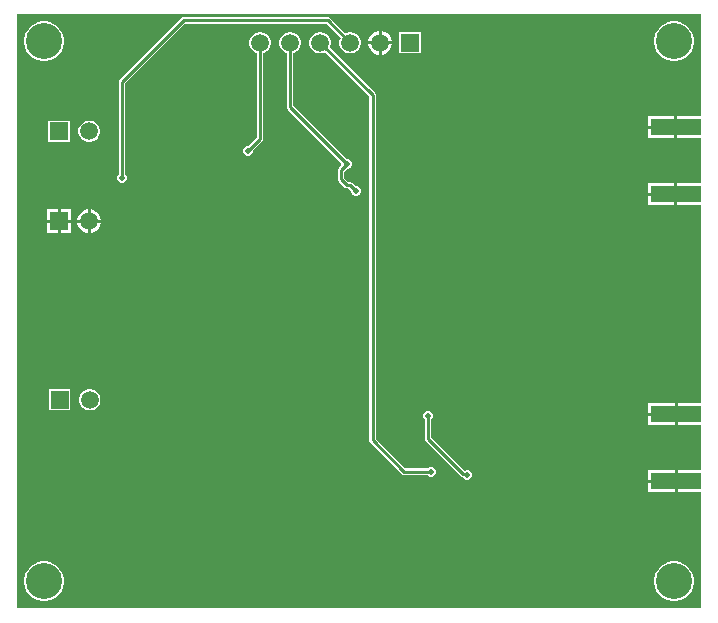
<source format=gbr>
%TF.GenerationSoftware,Altium Limited,Altium Designer,22.6.1 (34)*%
G04 Layer_Physical_Order=2*
G04 Layer_Color=16711680*
%FSLAX26Y26*%
%MOIN*%
%TF.SameCoordinates,2B337168-DF0E-4336-AB3C-9C7F5D13073F*%
%TF.FilePolarity,Positive*%
%TF.FileFunction,Copper,L2,Bot,Signal*%
%TF.Part,Single*%
G01*
G75*
%TA.AperFunction,ConnectorPad*%
%ADD19R,0.165354X0.053150*%
%TA.AperFunction,Conductor*%
%ADD33C,0.010000*%
%TA.AperFunction,ComponentPad*%
%ADD36R,0.059055X0.059055*%
%ADD37C,0.059055*%
%TA.AperFunction,WasherPad*%
%ADD38C,0.120000*%
%TA.AperFunction,ViaPad*%
%ADD39C,0.020000*%
G36*
X3289805Y2449016D02*
X3210000D01*
Y2412441D01*
Y2375866D01*
X3289805D01*
Y2226575D01*
X3210000D01*
Y2190000D01*
Y2153425D01*
X3289805D01*
Y1492795D01*
X3212126D01*
Y1456220D01*
Y1419646D01*
X3289805D01*
Y1270354D01*
X3212126D01*
Y1233780D01*
Y1197205D01*
X3289805D01*
Y810195D01*
X1010195D01*
Y2789805D01*
X3289805D01*
Y2449016D01*
D02*
G37*
%LPC*%
G36*
X2045000Y2781216D02*
X2044999Y2781215D01*
X1565001D01*
X1565000Y2781216D01*
X1560708Y2780362D01*
X1557069Y2777931D01*
X1557069Y2777930D01*
X1352069Y2572931D01*
X1349638Y2569292D01*
X1348784Y2565000D01*
X1348784Y2564999D01*
Y2256412D01*
X1346436Y2254063D01*
X1344000Y2248183D01*
Y2241817D01*
X1346436Y2235937D01*
X1350937Y2231436D01*
X1356817Y2229000D01*
X1363183D01*
X1369063Y2231436D01*
X1373564Y2235937D01*
X1376000Y2241817D01*
Y2248183D01*
X1373564Y2254063D01*
X1371216Y2256412D01*
Y2560354D01*
X1569646Y2758785D01*
X2040354D01*
X2088186Y2710952D01*
X2086894Y2708713D01*
X2084472Y2699677D01*
Y2690323D01*
X2086894Y2681287D01*
X2091571Y2673186D01*
X2098186Y2666571D01*
X2106287Y2661894D01*
X2115323Y2659472D01*
X2124677D01*
X2133713Y2661894D01*
X2141814Y2666571D01*
X2148429Y2673186D01*
X2153106Y2681287D01*
X2155528Y2690323D01*
Y2699677D01*
X2153106Y2708713D01*
X2148429Y2716814D01*
X2141814Y2723429D01*
X2133713Y2728106D01*
X2124677Y2730528D01*
X2115323D01*
X2106287Y2728106D01*
X2104048Y2726814D01*
X2052931Y2777931D01*
X2049292Y2780362D01*
X2045000Y2781216D01*
D02*
G37*
G36*
X2225204Y2734528D02*
X2225000D01*
Y2700000D01*
X2259528D01*
Y2700204D01*
X2256834Y2710257D01*
X2251630Y2719271D01*
X2244271Y2726630D01*
X2235257Y2731834D01*
X2225204Y2734528D01*
D02*
G37*
G36*
X2215000D02*
X2214796D01*
X2204743Y2731834D01*
X2195729Y2726630D01*
X2188370Y2719271D01*
X2183166Y2710257D01*
X2180472Y2700204D01*
Y2700000D01*
X2215000D01*
Y2734528D01*
D02*
G37*
G36*
X2355528Y2730528D02*
X2284472D01*
Y2659472D01*
X2355528D01*
Y2730528D01*
D02*
G37*
G36*
X2259528Y2690000D02*
X2225000D01*
Y2655472D01*
X2225204D01*
X2235257Y2658166D01*
X2244271Y2663370D01*
X2251630Y2670729D01*
X2256834Y2679743D01*
X2259528Y2689796D01*
Y2690000D01*
D02*
G37*
G36*
X2215000D02*
X2180472D01*
Y2689796D01*
X2183166Y2679743D01*
X2188370Y2670729D01*
X2195729Y2663370D01*
X2204743Y2658166D01*
X2214796Y2655472D01*
X2215000D01*
Y2690000D01*
D02*
G37*
G36*
X3206500Y2766000D02*
X3193500D01*
X3180749Y2763464D01*
X3168737Y2758488D01*
X3157927Y2751265D01*
X3148735Y2742073D01*
X3141512Y2731263D01*
X3136536Y2719251D01*
X3134000Y2706500D01*
Y2693500D01*
X3136536Y2680749D01*
X3141512Y2668737D01*
X3148735Y2657927D01*
X3157927Y2648735D01*
X3168737Y2641512D01*
X3180749Y2636536D01*
X3193500Y2634000D01*
X3206500D01*
X3219251Y2636536D01*
X3231263Y2641512D01*
X3242073Y2648735D01*
X3251265Y2657927D01*
X3258488Y2668737D01*
X3263464Y2680749D01*
X3266000Y2693500D01*
Y2706500D01*
X3263464Y2719251D01*
X3258488Y2731263D01*
X3251265Y2742073D01*
X3242073Y2751265D01*
X3231263Y2758488D01*
X3219251Y2763464D01*
X3206500Y2766000D01*
D02*
G37*
G36*
X1106500D02*
X1093500D01*
X1080748Y2763464D01*
X1068737Y2758488D01*
X1057928Y2751265D01*
X1048735Y2742073D01*
X1041512Y2731263D01*
X1036536Y2719251D01*
X1034000Y2706500D01*
Y2693500D01*
X1036536Y2680749D01*
X1041512Y2668737D01*
X1048735Y2657927D01*
X1057928Y2648735D01*
X1068737Y2641512D01*
X1080748Y2636536D01*
X1093500Y2634000D01*
X1106500D01*
X1119252Y2636536D01*
X1131263Y2641512D01*
X1142072Y2648735D01*
X1151265Y2657927D01*
X1158488Y2668737D01*
X1163464Y2680749D01*
X1166000Y2693500D01*
Y2706500D01*
X1163464Y2719251D01*
X1158488Y2731263D01*
X1151265Y2742073D01*
X1142072Y2751265D01*
X1131263Y2758488D01*
X1119252Y2763464D01*
X1106500Y2766000D01*
D02*
G37*
G36*
X3200000Y2449016D02*
X3112323D01*
Y2417441D01*
X3200000D01*
Y2449016D01*
D02*
G37*
G36*
Y2407441D02*
X3112323D01*
Y2375866D01*
X3200000D01*
Y2407441D01*
D02*
G37*
G36*
X1254677Y2435528D02*
X1245323D01*
X1236287Y2433106D01*
X1228186Y2428429D01*
X1221571Y2421814D01*
X1216894Y2413713D01*
X1214473Y2404677D01*
Y2395323D01*
X1216894Y2386287D01*
X1221571Y2378186D01*
X1228186Y2371571D01*
X1236287Y2366894D01*
X1245323Y2364472D01*
X1254677D01*
X1263713Y2366894D01*
X1271814Y2371571D01*
X1278429Y2378186D01*
X1283106Y2386287D01*
X1285527Y2395323D01*
Y2404677D01*
X1283106Y2413713D01*
X1278429Y2421814D01*
X1271814Y2428429D01*
X1263713Y2433106D01*
X1254677Y2435528D01*
D02*
G37*
G36*
X1185527D02*
X1114473D01*
Y2364472D01*
X1185527D01*
Y2435528D01*
D02*
G37*
G36*
X1824677Y2730528D02*
X1815323D01*
X1806287Y2728106D01*
X1798186Y2723429D01*
X1791571Y2716814D01*
X1786894Y2708713D01*
X1784473Y2699677D01*
Y2690323D01*
X1786894Y2681287D01*
X1791571Y2673186D01*
X1798186Y2666571D01*
X1806287Y2661894D01*
X1808784Y2661224D01*
Y2379646D01*
X1780139Y2351000D01*
X1776817D01*
X1770937Y2348564D01*
X1766436Y2344063D01*
X1764000Y2338183D01*
Y2331817D01*
X1766436Y2325937D01*
X1770937Y2321436D01*
X1776817Y2319000D01*
X1783183D01*
X1789063Y2321436D01*
X1793564Y2325937D01*
X1796000Y2331817D01*
Y2335139D01*
X1827930Y2367069D01*
X1827931Y2367069D01*
X1830362Y2370708D01*
X1831216Y2375000D01*
Y2661224D01*
X1833713Y2661894D01*
X1841814Y2666571D01*
X1848429Y2673186D01*
X1853106Y2681287D01*
X1855527Y2690323D01*
Y2699677D01*
X1853106Y2708713D01*
X1848429Y2716814D01*
X1841814Y2723429D01*
X1833713Y2728106D01*
X1824677Y2730528D01*
D02*
G37*
G36*
X3200000Y2226575D02*
X3112323D01*
Y2195000D01*
X3200000D01*
Y2226575D01*
D02*
G37*
G36*
X1924677Y2730528D02*
X1915323D01*
X1906287Y2728106D01*
X1898186Y2723429D01*
X1891571Y2716814D01*
X1886894Y2708713D01*
X1884473Y2699677D01*
Y2690323D01*
X1886894Y2681287D01*
X1891571Y2673186D01*
X1898186Y2666571D01*
X1906287Y2661894D01*
X1908784Y2661224D01*
Y2480001D01*
X1908784Y2480000D01*
X1909638Y2475708D01*
X1912069Y2472069D01*
X2090661Y2293478D01*
Y2286522D01*
X2082069Y2277931D01*
X2079638Y2274292D01*
X2078784Y2270000D01*
X2078785Y2269999D01*
Y2240001D01*
X2078784Y2240000D01*
X2079638Y2235708D01*
X2082069Y2232069D01*
X2101113Y2213026D01*
X2104751Y2210595D01*
X2109043Y2209741D01*
X2109044Y2209741D01*
X2114398D01*
X2124000Y2200139D01*
Y2196817D01*
X2126436Y2190937D01*
X2130937Y2186436D01*
X2136817Y2184000D01*
X2143183D01*
X2149063Y2186436D01*
X2153564Y2190937D01*
X2156000Y2196817D01*
Y2203183D01*
X2153564Y2209063D01*
X2149063Y2213564D01*
X2143183Y2216000D01*
X2139861D01*
X2126974Y2228887D01*
X2123335Y2231318D01*
X2119043Y2232172D01*
X2119043Y2232172D01*
X2113689D01*
X2101215Y2244646D01*
Y2265354D01*
X2109861Y2274000D01*
X2113183D01*
X2119063Y2276436D01*
X2123564Y2280937D01*
X2126000Y2286817D01*
Y2293183D01*
X2123564Y2299063D01*
X2119063Y2303564D01*
X2113183Y2306000D01*
X2109861D01*
X1931216Y2484646D01*
Y2661224D01*
X1933713Y2661894D01*
X1941814Y2666571D01*
X1948429Y2673186D01*
X1953106Y2681287D01*
X1955527Y2690323D01*
Y2699677D01*
X1953106Y2708713D01*
X1948429Y2716814D01*
X1941814Y2723429D01*
X1933713Y2728106D01*
X1924677Y2730528D01*
D02*
G37*
G36*
X3200000Y2185000D02*
X3112323D01*
Y2153425D01*
X3200000D01*
Y2185000D01*
D02*
G37*
G36*
X1255204Y2139528D02*
X1255000D01*
Y2105000D01*
X1289527D01*
Y2105204D01*
X1286834Y2115257D01*
X1281630Y2124271D01*
X1274271Y2131630D01*
X1265257Y2136834D01*
X1255204Y2139528D01*
D02*
G37*
G36*
X1245000D02*
X1244796D01*
X1234743Y2136834D01*
X1225729Y2131630D01*
X1218370Y2124271D01*
X1213166Y2115257D01*
X1210473Y2105204D01*
Y2105000D01*
X1245000D01*
Y2139528D01*
D02*
G37*
G36*
X1189527D02*
X1155000D01*
Y2105000D01*
X1189527D01*
Y2139528D01*
D02*
G37*
G36*
X1145000D02*
X1110473D01*
Y2105000D01*
X1145000D01*
Y2139528D01*
D02*
G37*
G36*
X1289527Y2095000D02*
X1255000D01*
Y2060472D01*
X1255204D01*
X1265257Y2063166D01*
X1274271Y2068370D01*
X1281630Y2075729D01*
X1286834Y2084743D01*
X1289527Y2094796D01*
Y2095000D01*
D02*
G37*
G36*
X1245000D02*
X1210473D01*
Y2094796D01*
X1213166Y2084743D01*
X1218370Y2075729D01*
X1225729Y2068370D01*
X1234743Y2063166D01*
X1244796Y2060472D01*
X1245000D01*
Y2095000D01*
D02*
G37*
G36*
X1189527D02*
X1155000D01*
Y2060472D01*
X1189527D01*
Y2095000D01*
D02*
G37*
G36*
X1145000D02*
X1110473D01*
Y2060472D01*
X1145000D01*
Y2095000D01*
D02*
G37*
G36*
X1257128Y1540527D02*
X1247773D01*
X1238737Y1538106D01*
X1230636Y1533429D01*
X1224021Y1526814D01*
X1219344Y1518713D01*
X1216923Y1509677D01*
Y1500323D01*
X1219344Y1491287D01*
X1224021Y1483186D01*
X1230636Y1476571D01*
X1238737Y1471894D01*
X1247773Y1469473D01*
X1257128D01*
X1266163Y1471894D01*
X1274265Y1476571D01*
X1280879Y1483186D01*
X1285557Y1491287D01*
X1287978Y1500323D01*
Y1509677D01*
X1285557Y1518713D01*
X1280879Y1526814D01*
X1274265Y1533429D01*
X1266163Y1538106D01*
X1257128Y1540527D01*
D02*
G37*
G36*
X1187978D02*
X1116923D01*
Y1469473D01*
X1187978D01*
Y1540527D01*
D02*
G37*
G36*
X3202126Y1492795D02*
X3114449D01*
Y1461220D01*
X3202126D01*
Y1492795D01*
D02*
G37*
G36*
Y1451220D02*
X3114449D01*
Y1419646D01*
X3202126D01*
Y1451220D01*
D02*
G37*
G36*
X2024677Y2730528D02*
X2015323D01*
X2006287Y2728106D01*
X1998186Y2723429D01*
X1991571Y2716814D01*
X1986894Y2708713D01*
X1984473Y2699677D01*
Y2690323D01*
X1986894Y2681287D01*
X1991571Y2673186D01*
X1998186Y2666571D01*
X2006287Y2661894D01*
X2015323Y2659472D01*
X2024677D01*
X2033713Y2661894D01*
X2035952Y2663186D01*
X2183785Y2515354D01*
X2183784Y1370000D01*
X2183784Y1370000D01*
X2184638Y1365708D01*
X2187069Y1362069D01*
X2292069Y1257070D01*
X2292069Y1257069D01*
X2295708Y1254638D01*
X2300000Y1253784D01*
X2300000Y1253784D01*
X2378588D01*
X2380937Y1251436D01*
X2386817Y1249000D01*
X2393183D01*
X2399063Y1251436D01*
X2403564Y1255937D01*
X2406000Y1261817D01*
Y1268183D01*
X2403564Y1274063D01*
X2399063Y1278564D01*
X2393183Y1281000D01*
X2386817D01*
X2380937Y1278564D01*
X2378588Y1276216D01*
X2304645D01*
X2206215Y1374646D01*
X2206215Y2519999D01*
X2206216Y2520000D01*
X2205362Y2524292D01*
X2202931Y2527931D01*
X2202930Y2527931D01*
X2051814Y2679048D01*
X2053106Y2681287D01*
X2055528Y2690323D01*
Y2699677D01*
X2053106Y2708713D01*
X2048429Y2716814D01*
X2041814Y2723429D01*
X2033713Y2728106D01*
X2024677Y2730528D01*
D02*
G37*
G36*
X2383064Y1467653D02*
X2376699D01*
X2370819Y1465218D01*
X2366318Y1460717D01*
X2363882Y1454836D01*
Y1448471D01*
X2366318Y1442590D01*
X2368666Y1440242D01*
Y1375119D01*
X2368666Y1375118D01*
X2369520Y1370826D01*
X2371951Y1367188D01*
X2490156Y1248983D01*
X2490156Y1248983D01*
X2493795Y1246552D01*
X2496395Y1246034D01*
X2496436Y1245937D01*
X2500937Y1241436D01*
X2506817Y1239000D01*
X2513183D01*
X2519063Y1241436D01*
X2523564Y1245937D01*
X2526000Y1251817D01*
Y1258183D01*
X2523564Y1264063D01*
X2519063Y1268564D01*
X2513183Y1271000D01*
X2506817D01*
X2501898Y1268963D01*
X2391097Y1379764D01*
Y1440242D01*
X2393446Y1442590D01*
X2395882Y1448471D01*
Y1454836D01*
X2393446Y1460717D01*
X2388945Y1465218D01*
X2383064Y1467653D01*
D02*
G37*
G36*
X3202126Y1270354D02*
X3114449D01*
Y1238780D01*
X3202126D01*
Y1270354D01*
D02*
G37*
G36*
Y1228780D02*
X3114449D01*
Y1197205D01*
X3202126D01*
Y1228780D01*
D02*
G37*
G36*
X3206500Y966000D02*
X3193500D01*
X3180749Y963464D01*
X3168737Y958488D01*
X3157927Y951265D01*
X3148735Y942072D01*
X3141512Y931263D01*
X3136536Y919251D01*
X3134000Y906500D01*
Y893500D01*
X3136536Y880749D01*
X3141512Y868737D01*
X3148735Y857928D01*
X3157927Y848735D01*
X3168737Y841512D01*
X3180749Y836536D01*
X3193500Y834000D01*
X3206500D01*
X3219251Y836536D01*
X3231263Y841512D01*
X3242073Y848735D01*
X3251265Y857928D01*
X3258488Y868737D01*
X3263464Y880749D01*
X3266000Y893500D01*
Y906500D01*
X3263464Y919251D01*
X3258488Y931263D01*
X3251265Y942072D01*
X3242073Y951265D01*
X3231263Y958488D01*
X3219251Y963464D01*
X3206500Y966000D01*
D02*
G37*
G36*
X1106500D02*
X1093500D01*
X1080748Y963464D01*
X1068737Y958488D01*
X1057928Y951265D01*
X1048735Y942072D01*
X1041512Y931263D01*
X1036536Y919251D01*
X1034000Y906500D01*
Y893500D01*
X1036536Y880749D01*
X1041512Y868737D01*
X1048735Y857928D01*
X1057928Y848735D01*
X1068737Y841512D01*
X1080748Y836536D01*
X1093500Y834000D01*
X1106500D01*
X1119252Y836536D01*
X1131263Y841512D01*
X1142072Y848735D01*
X1151265Y857928D01*
X1158488Y868737D01*
X1163464Y880749D01*
X1166000Y893500D01*
Y906500D01*
X1163464Y919251D01*
X1158488Y931263D01*
X1151265Y942072D01*
X1142072Y951265D01*
X1131263Y958488D01*
X1119252Y963464D01*
X1106500Y966000D01*
D02*
G37*
%LPD*%
D19*
X3207126Y1233780D02*
D03*
Y1456220D02*
D03*
X3205000Y2190000D02*
D03*
Y2412441D02*
D03*
D33*
X2300000Y1265000D02*
X2390000D01*
X2195000Y1370000D02*
X2300000Y1265000D01*
X2379882Y1375118D02*
Y1451653D01*
Y1375118D02*
X2498087Y1256913D01*
X2508087D01*
X2510000Y1255000D01*
X2195000Y1370000D02*
X2195000Y2520000D01*
X1780000Y2335000D02*
X1820000Y2375000D01*
Y2695000D01*
X2020000D02*
X2195000Y2520000D01*
X1920000Y2480000D02*
X2110000Y2290000D01*
X1920000Y2480000D02*
Y2695000D01*
X2090000Y2240000D02*
Y2270000D01*
X2119043Y2220957D02*
X2140000Y2200000D01*
X2090000Y2270000D02*
X2110000Y2290000D01*
X2109043Y2220957D02*
X2119043D01*
X2090000Y2240000D02*
X2109043Y2220957D01*
X2045000Y2770000D02*
X2120000Y2695000D01*
X1565000Y2770000D02*
X2045000D01*
X1360000Y2565000D02*
X1565000Y2770000D01*
X1360000Y2245000D02*
Y2565000D01*
D36*
X1152450Y1505000D02*
D03*
X2320000Y2695000D02*
D03*
X1150000Y2100000D02*
D03*
Y2400000D02*
D03*
D37*
X1252450Y1505000D02*
D03*
X2220000Y2695000D02*
D03*
X2120000D02*
D03*
X2020000D02*
D03*
X1920000D02*
D03*
X1820000D02*
D03*
X1250000Y2100000D02*
D03*
Y2400000D02*
D03*
D38*
X1100000Y2700000D02*
D03*
Y900000D02*
D03*
X3200000D02*
D03*
Y2700000D02*
D03*
D39*
X2605000Y1935000D02*
D03*
X2360000D02*
D03*
X2125000Y1930000D02*
D03*
X1890000Y1935000D02*
D03*
X1640000Y1930000D02*
D03*
X1430000Y1940000D02*
D03*
X1325000Y1830000D02*
D03*
X1320000Y1620000D02*
D03*
X1325000Y1395000D02*
D03*
X1315000Y1160000D02*
D03*
Y945000D02*
D03*
X1440000Y835000D02*
D03*
X1645000Y830000D02*
D03*
X1890000D02*
D03*
X2130000D02*
D03*
X2365000Y835000D02*
D03*
X2600000D02*
D03*
X2830000Y830000D02*
D03*
X2945000Y875000D02*
D03*
Y935000D02*
D03*
X2930000Y1155000D02*
D03*
Y1400000D02*
D03*
X2940000Y1615000D02*
D03*
Y1840000D02*
D03*
X2840000Y1940000D02*
D03*
X2600000Y945000D02*
D03*
X2365000D02*
D03*
X2130000Y950000D02*
D03*
X1890000D02*
D03*
X1650000D02*
D03*
X1445000Y955000D02*
D03*
X1435000Y1165000D02*
D03*
X1440000Y1395000D02*
D03*
X1450000Y1625000D02*
D03*
X1455000Y1820000D02*
D03*
X1650000Y1825000D02*
D03*
X1890000Y1815000D02*
D03*
X2130000D02*
D03*
X2365000D02*
D03*
X2595000D02*
D03*
X2810000Y1620000D02*
D03*
Y1430000D02*
D03*
X2805000Y1155000D02*
D03*
Y945000D02*
D03*
Y1810000D02*
D03*
X2575000Y1230000D02*
D03*
X2695000D02*
D03*
X2635000Y1180000D02*
D03*
X1501892Y1369761D02*
D03*
X1502785Y1329771D02*
D03*
X1501892Y1289781D02*
D03*
X1603958Y1256096D02*
D03*
X1582502Y1383973D02*
D03*
X1580325Y1344033D02*
D03*
X1710458Y1197785D02*
D03*
X1783108Y1221569D02*
D03*
X1779641Y1261418D02*
D03*
X1632142Y1394074D02*
D03*
X1646568Y1416061D02*
D03*
X1788933Y1320344D02*
D03*
X1868933D02*
D03*
X1908933D02*
D03*
X1921668Y1398108D02*
D03*
X1881807Y1394774D02*
D03*
X1841807D02*
D03*
X1801807D02*
D03*
X1761807D02*
D03*
X1721975Y1398435D02*
D03*
X1722551Y1438431D02*
D03*
X2076288Y1397215D02*
D03*
X2036288Y1397215D02*
D03*
X1996288D02*
D03*
X1956298Y1398108D02*
D03*
X1942424Y1326212D02*
D03*
X1982190Y1321892D02*
D03*
X2022180Y1322785D02*
D03*
X2102133Y1322785D02*
D03*
X2125000Y1405000D02*
D03*
X2150981Y1325466D02*
D03*
X2190820Y1321892D02*
D03*
X2310742Y1320344D02*
D03*
X2350742D02*
D03*
X2390742D02*
D03*
X2357723Y1394774D02*
D03*
X2317723D02*
D03*
X2277723D02*
D03*
X2237798Y1397215D02*
D03*
X2160000Y1405000D02*
D03*
X2649407Y1447215D02*
D03*
X2609407D02*
D03*
X2569647Y1442840D02*
D03*
X2656363Y1372785D02*
D03*
X2693164Y1357111D02*
D03*
X2721448Y1328827D02*
D03*
X2749733Y1300543D02*
D03*
X2778017Y1272259D02*
D03*
X2806947Y1244635D02*
D03*
X2926356Y1237785D02*
D03*
X2966356Y1237897D02*
D03*
X3001115Y1257691D02*
D03*
X3029399Y1285975D02*
D03*
X3062930Y1307785D02*
D03*
X3102930D02*
D03*
X3142165Y1300000D02*
D03*
X3182163Y1299608D02*
D03*
X3222163D02*
D03*
X3262163D02*
D03*
X3258030Y1390392D02*
D03*
X3218030D02*
D03*
X3178030D02*
D03*
X3138049Y1389181D02*
D03*
X3098660Y1382215D02*
D03*
X3058660D02*
D03*
X3018898Y1377859D02*
D03*
X2989212Y1351049D02*
D03*
X2960928Y1322765D02*
D03*
X2922344Y1312215D02*
D03*
X2882344D02*
D03*
X2842356Y1313180D02*
D03*
X2814072Y1341464D02*
D03*
X2785787Y1369748D02*
D03*
X2757503Y1398033D02*
D03*
X2729219Y1426317D02*
D03*
X2694875Y1446823D02*
D03*
X3242734Y2346612D02*
D03*
X3202734D02*
D03*
X3162734D02*
D03*
X3123853Y2337215D02*
D03*
X3083853D02*
D03*
X3043853D02*
D03*
X3003853D02*
D03*
X2963853D02*
D03*
X2923853D02*
D03*
X2883853D02*
D03*
X2843853D02*
D03*
X2803853D02*
D03*
X2783992Y2262785D02*
D03*
X2823992D02*
D03*
X2863992D02*
D03*
X2903992D02*
D03*
X2943992D02*
D03*
X2983992D02*
D03*
X3023992D02*
D03*
X3063992D02*
D03*
X3103992D02*
D03*
X3143382Y2255829D02*
D03*
X3183382D02*
D03*
X3223382D02*
D03*
X3263382D02*
D03*
X1705000Y1060000D02*
D03*
X1530000Y1195000D02*
D03*
X1600000Y1235000D02*
D03*
X1605000Y1015000D02*
D03*
Y1060000D02*
D03*
X1655000Y1010000D02*
D03*
X1705000D02*
D03*
X1755000Y1080000D02*
D03*
X1820000D02*
D03*
X1735000Y1120000D02*
D03*
X1850000D02*
D03*
X1790000D02*
D03*
X1885000Y1180000D02*
D03*
X2055000Y1250000D02*
D03*
X2250000D02*
D03*
X2000000Y1295000D02*
D03*
X2120000D02*
D03*
X2185000D02*
D03*
X1660000Y1760000D02*
D03*
X2330000Y1230000D02*
D03*
X2379882Y1451653D02*
D03*
X2390000Y1265000D02*
D03*
X2516653Y1348347D02*
D03*
X2473346D02*
D03*
X2516653Y1391654D02*
D03*
X2473346D02*
D03*
X2510000Y1255000D02*
D03*
X2515000Y1475000D02*
D03*
X3205000Y1170000D02*
D03*
X3145000D02*
D03*
X3270000D02*
D03*
X3095000Y1190000D02*
D03*
X3090000Y1245000D02*
D03*
X2610000Y1360000D02*
D03*
X3090000Y1430000D02*
D03*
Y1470000D02*
D03*
X2590028Y1507956D02*
D03*
X3145000Y1520000D02*
D03*
X3205000D02*
D03*
X3265000D02*
D03*
X1780000Y2335000D02*
D03*
X1995000Y2295000D02*
D03*
X1945000Y2180000D02*
D03*
X1895000Y2345000D02*
D03*
X1560000Y2420000D02*
D03*
X1497729Y1990692D02*
D03*
X1597729Y1960692D02*
D03*
X1422729Y2045692D02*
D03*
X1477729Y2140692D02*
D03*
Y2045692D02*
D03*
X1522729D02*
D03*
X1805000Y2270000D02*
D03*
X1900000Y2145000D02*
D03*
X1950000Y2345000D02*
D03*
X1665000Y1960000D02*
D03*
X1635000Y2055000D02*
D03*
X3080000Y2420000D02*
D03*
Y2190000D02*
D03*
X3100000Y2120000D02*
D03*
X3155000D02*
D03*
X3205000D02*
D03*
X3255000D02*
D03*
X3155000Y2470000D02*
D03*
X3245000D02*
D03*
X3195000D02*
D03*
X3115000D02*
D03*
X2730000Y2410000D02*
D03*
X2650000D02*
D03*
X2645000Y2195000D02*
D03*
X2745000D02*
D03*
X2235000Y2035000D02*
D03*
X2300000D02*
D03*
X2355000Y2030000D02*
D03*
Y2070000D02*
D03*
X2295000D02*
D03*
X2235000D02*
D03*
X1680000Y2055000D02*
D03*
X2258149Y2337215D02*
D03*
X2218771Y2330185D02*
D03*
X2284692Y2262785D02*
D03*
X2324692Y2262676D02*
D03*
X2325000Y2345000D02*
D03*
X2564223Y2261892D02*
D03*
X2604213Y2262785D02*
D03*
X2693738Y2305897D02*
D03*
X2587798Y2337215D02*
D03*
X2366359Y2261892D02*
D03*
X2486303Y2262785D02*
D03*
X2526293Y2261892D02*
D03*
X2540115Y2333802D02*
D03*
X2500347Y2338108D02*
D03*
X2460357Y2337215D02*
D03*
X2420357D02*
D03*
X2380357D02*
D03*
X2110000Y2290000D02*
D03*
X2140000Y2200000D02*
D03*
X1360000Y2245000D02*
D03*
%TF.MD5,d76e37eec980bf54e9a08949e5a86c94*%
M02*

</source>
